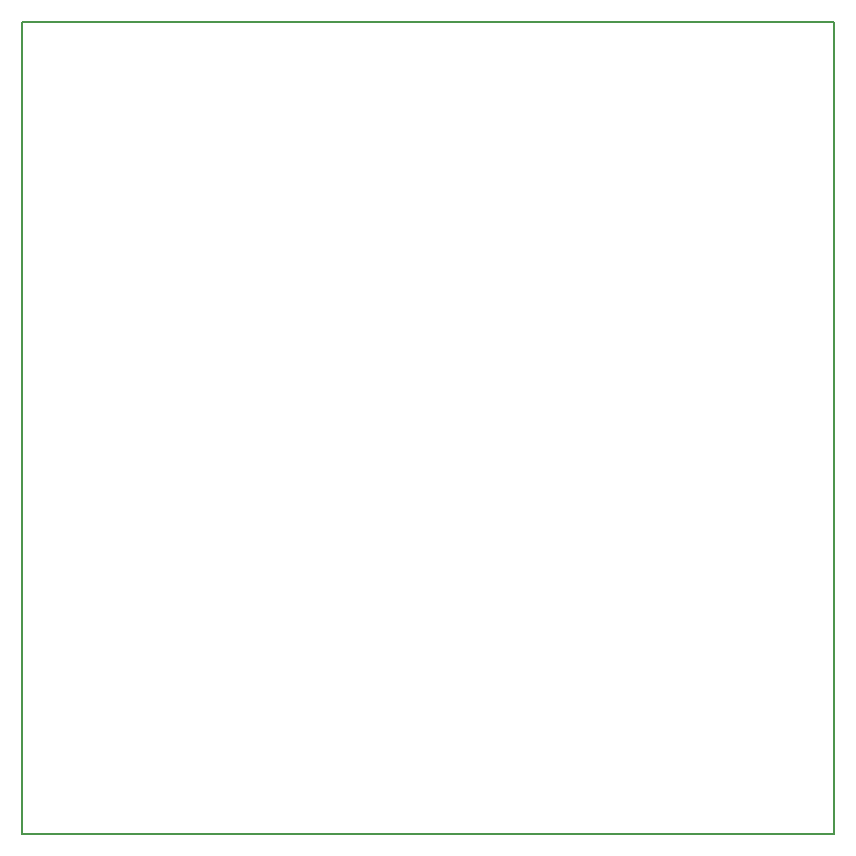
<source format=gm1>
G04 MADE WITH FRITZING*
G04 WWW.FRITZING.ORG*
G04 DOUBLE SIDED*
G04 HOLES PLATED*
G04 CONTOUR ON CENTER OF CONTOUR VECTOR*
%ASAXBY*%
%FSLAX23Y23*%
%MOIN*%
%OFA0B0*%
%SFA1.0B1.0*%
%ADD10R,2.716540X2.716540*%
%ADD11C,0.008000*%
%ADD10C,0.008*%
%LNCONTOUR*%
G90*
G70*
G54D10*
G54D11*
X4Y2713D02*
X2713Y2713D01*
X2713Y4D01*
X4Y4D01*
X4Y2713D01*
D02*
G04 End of contour*
M02*
</source>
